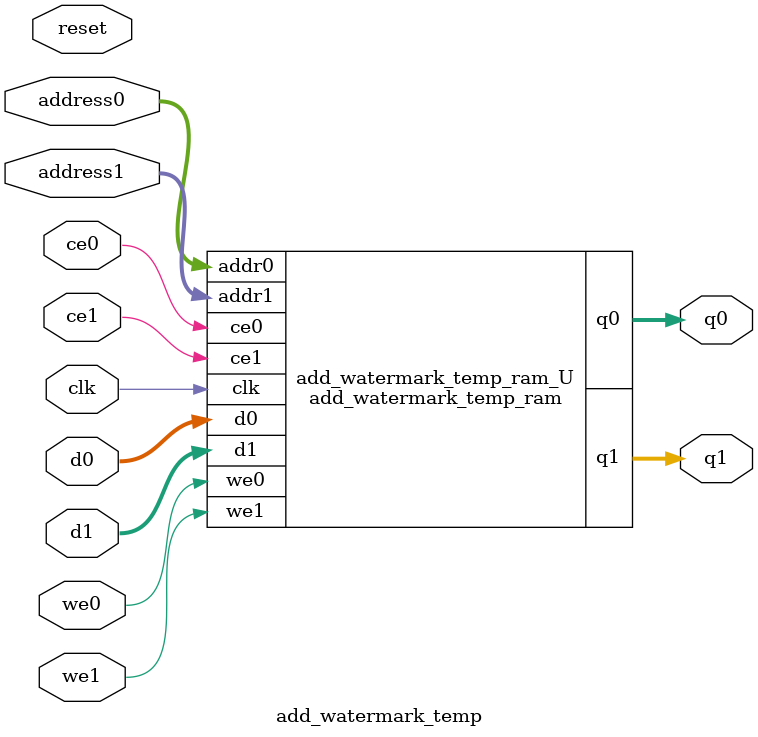
<source format=v>

`timescale 1 ns / 1 ps
module add_watermark_temp_ram (addr0, ce0, d0, we0, q0, addr1, ce1, d1, we1, q1,  clk);

parameter DWIDTH = 16;
parameter AWIDTH = 4;
parameter MEM_SIZE = 16;

input[AWIDTH-1:0] addr0;
input ce0;
input[DWIDTH-1:0] d0;
input we0;
output reg[DWIDTH-1:0] q0;
input[AWIDTH-1:0] addr1;
input ce1;
input[DWIDTH-1:0] d1;
input we1;
output reg[DWIDTH-1:0] q1;
input clk;

(* ram_style = "block" *)reg [DWIDTH-1:0] ram[0:MEM_SIZE-1];




always @(posedge clk)  
begin 
    if (ce0) 
    begin
        if (we0) 
        begin 
            ram[addr0] <= d0; 
            q0 <= d0;
        end 
        else 
            q0 <= ram[addr0];
    end
end


always @(posedge clk)  
begin 
    if (ce1) 
    begin
        if (we1) 
        begin 
            ram[addr1] <= d1; 
            q1 <= d1;
        end 
        else 
            q1 <= ram[addr1];
    end
end


endmodule


`timescale 1 ns / 1 ps
module add_watermark_temp(
    reset,
    clk,
    address0,
    ce0,
    we0,
    d0,
    q0,
    address1,
    ce1,
    we1,
    d1,
    q1);

parameter DataWidth = 32'd16;
parameter AddressRange = 32'd16;
parameter AddressWidth = 32'd4;
input reset;
input clk;
input[AddressWidth - 1:0] address0;
input ce0;
input we0;
input[DataWidth - 1:0] d0;
output[DataWidth - 1:0] q0;
input[AddressWidth - 1:0] address1;
input ce1;
input we1;
input[DataWidth - 1:0] d1;
output[DataWidth - 1:0] q1;



add_watermark_temp_ram add_watermark_temp_ram_U(
    .clk( clk ),
    .addr0( address0 ),
    .ce0( ce0 ),
    .d0( d0 ),
    .we0( we0 ),
    .q0( q0 ),
    .addr1( address1 ),
    .ce1( ce1 ),
    .d1( d1 ),
    .we1( we1 ),
    .q1( q1 ));

endmodule


</source>
